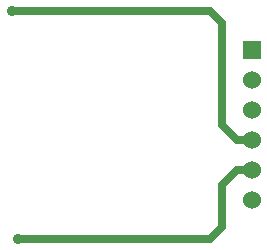
<source format=gbl>
G04 (created by PCBNEW (2013-07-07 BZR 4022)-stable) date 11/10/2014 9:18:01 PM*
%MOIN*%
G04 Gerber Fmt 3.4, Leading zero omitted, Abs format*
%FSLAX34Y34*%
G01*
G70*
G90*
G04 APERTURE LIST*
%ADD10C,0.00590551*%
%ADD11R,0.06X0.06*%
%ADD12C,0.06*%
%ADD13C,0.035*%
%ADD14C,0.025*%
G04 APERTURE END LIST*
G54D10*
G54D11*
X52400Y-27100D03*
G54D12*
X52400Y-28100D03*
X52400Y-29100D03*
X52400Y-30100D03*
X52400Y-31100D03*
X52400Y-32100D03*
G54D13*
X44400Y-25800D03*
X44600Y-33400D03*
G54D14*
X52400Y-30100D02*
X51900Y-30100D01*
X51000Y-25800D02*
X44400Y-25800D01*
X51400Y-26200D02*
X51000Y-25800D01*
X51400Y-29600D02*
X51400Y-26200D01*
X51900Y-30100D02*
X51400Y-29600D01*
X51900Y-31100D02*
X52400Y-31100D01*
X51400Y-31600D02*
X51900Y-31100D01*
X51400Y-33000D02*
X51400Y-31600D01*
X51000Y-33400D02*
X51400Y-33000D01*
X44600Y-33400D02*
X51000Y-33400D01*
M02*

</source>
